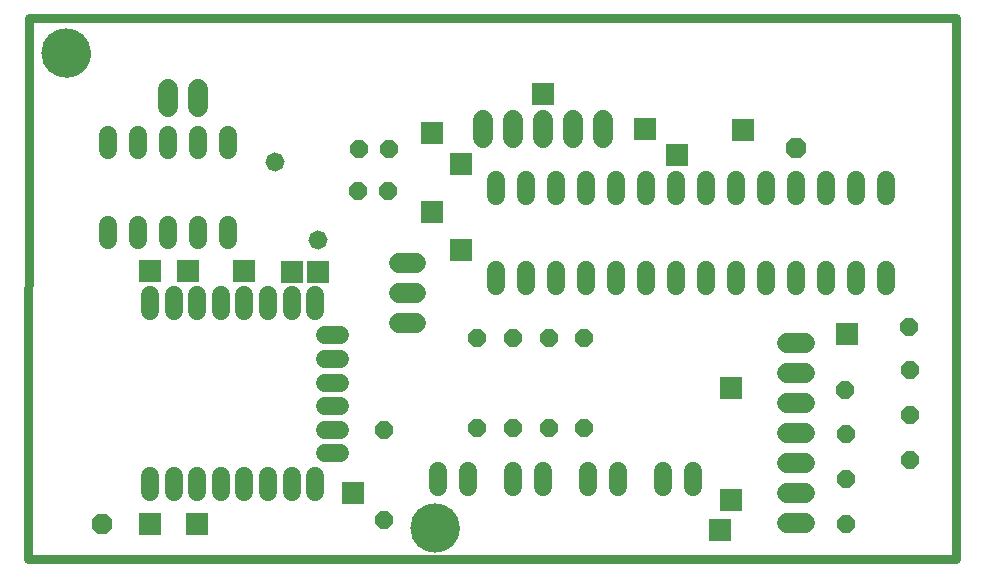
<source format=gbs>
G04 EAGLE Gerber RS-274X export*
G75*
%MOMM*%
%FSLAX34Y34*%
%LPD*%
%INBottom solder mask*%
%IPPOS*%
%AMOC8*
5,1,8,0,0,1.08239X$1,22.5*%
G01*
%ADD10C,0.762000*%
%ADD11C,0.000000*%
%ADD12C,4.171950*%
%ADD13P,1.649562X8X292.500000*%
%ADD14P,1.649562X8X202.500000*%
%ADD15C,1.524000*%
%ADD16P,1.649562X8X247.500000*%
%ADD17P,1.649562X8X112.500000*%
%ADD18P,1.649562X8X22.500000*%
%ADD19P,1.649562X8X141.200000*%
%ADD20C,1.711197*%
%ADD21C,1.711200*%
%ADD22C,1.727200*%
%ADD23P,1.869504X8X22.500000*%
%ADD24R,1.879600X1.879600*%


D10*
X1016Y-206126D02*
X786511Y-206126D01*
X787156Y251348D01*
X1661Y251993D01*
X1016Y-206126D01*
D11*
X13704Y221935D02*
X13710Y222422D01*
X13728Y222909D01*
X13758Y223395D01*
X13800Y223880D01*
X13853Y224364D01*
X13919Y224847D01*
X13996Y225328D01*
X14085Y225806D01*
X14186Y226283D01*
X14299Y226757D01*
X14423Y227228D01*
X14558Y227695D01*
X14706Y228160D01*
X14864Y228620D01*
X15034Y229077D01*
X15215Y229529D01*
X15406Y229977D01*
X15609Y230419D01*
X15823Y230857D01*
X16047Y231289D01*
X16282Y231716D01*
X16527Y232137D01*
X16783Y232551D01*
X17048Y232960D01*
X17324Y233361D01*
X17609Y233756D01*
X17904Y234144D01*
X18208Y234524D01*
X18522Y234897D01*
X18845Y235261D01*
X19176Y235618D01*
X19516Y235967D01*
X19865Y236307D01*
X20222Y236638D01*
X20586Y236961D01*
X20959Y237275D01*
X21339Y237579D01*
X21727Y237874D01*
X22122Y238159D01*
X22523Y238435D01*
X22932Y238700D01*
X23346Y238956D01*
X23767Y239201D01*
X24194Y239436D01*
X24626Y239660D01*
X25064Y239874D01*
X25506Y240077D01*
X25954Y240268D01*
X26406Y240449D01*
X26863Y240619D01*
X27323Y240777D01*
X27788Y240925D01*
X28255Y241060D01*
X28726Y241184D01*
X29200Y241297D01*
X29677Y241398D01*
X30155Y241487D01*
X30636Y241564D01*
X31119Y241630D01*
X31603Y241683D01*
X32088Y241725D01*
X32574Y241755D01*
X33061Y241773D01*
X33548Y241779D01*
X34035Y241773D01*
X34522Y241755D01*
X35008Y241725D01*
X35493Y241683D01*
X35977Y241630D01*
X36460Y241564D01*
X36941Y241487D01*
X37419Y241398D01*
X37896Y241297D01*
X38370Y241184D01*
X38841Y241060D01*
X39308Y240925D01*
X39773Y240777D01*
X40233Y240619D01*
X40690Y240449D01*
X41142Y240268D01*
X41590Y240077D01*
X42032Y239874D01*
X42470Y239660D01*
X42902Y239436D01*
X43329Y239201D01*
X43750Y238956D01*
X44164Y238700D01*
X44573Y238435D01*
X44974Y238159D01*
X45369Y237874D01*
X45757Y237579D01*
X46137Y237275D01*
X46510Y236961D01*
X46874Y236638D01*
X47231Y236307D01*
X47580Y235967D01*
X47920Y235618D01*
X48251Y235261D01*
X48574Y234897D01*
X48888Y234524D01*
X49192Y234144D01*
X49487Y233756D01*
X49772Y233361D01*
X50048Y232960D01*
X50313Y232551D01*
X50569Y232137D01*
X50814Y231716D01*
X51049Y231289D01*
X51273Y230857D01*
X51487Y230419D01*
X51690Y229977D01*
X51881Y229529D01*
X52062Y229077D01*
X52232Y228620D01*
X52390Y228160D01*
X52538Y227695D01*
X52673Y227228D01*
X52797Y226757D01*
X52910Y226283D01*
X53011Y225806D01*
X53100Y225328D01*
X53177Y224847D01*
X53243Y224364D01*
X53296Y223880D01*
X53338Y223395D01*
X53368Y222909D01*
X53386Y222422D01*
X53392Y221935D01*
X53386Y221448D01*
X53368Y220961D01*
X53338Y220475D01*
X53296Y219990D01*
X53243Y219506D01*
X53177Y219023D01*
X53100Y218542D01*
X53011Y218064D01*
X52910Y217587D01*
X52797Y217113D01*
X52673Y216642D01*
X52538Y216175D01*
X52390Y215710D01*
X52232Y215250D01*
X52062Y214793D01*
X51881Y214341D01*
X51690Y213893D01*
X51487Y213451D01*
X51273Y213013D01*
X51049Y212581D01*
X50814Y212154D01*
X50569Y211733D01*
X50313Y211319D01*
X50048Y210910D01*
X49772Y210509D01*
X49487Y210114D01*
X49192Y209726D01*
X48888Y209346D01*
X48574Y208973D01*
X48251Y208609D01*
X47920Y208252D01*
X47580Y207903D01*
X47231Y207563D01*
X46874Y207232D01*
X46510Y206909D01*
X46137Y206595D01*
X45757Y206291D01*
X45369Y205996D01*
X44974Y205711D01*
X44573Y205435D01*
X44164Y205170D01*
X43750Y204914D01*
X43329Y204669D01*
X42902Y204434D01*
X42470Y204210D01*
X42032Y203996D01*
X41590Y203793D01*
X41142Y203602D01*
X40690Y203421D01*
X40233Y203251D01*
X39773Y203093D01*
X39308Y202945D01*
X38841Y202810D01*
X38370Y202686D01*
X37896Y202573D01*
X37419Y202472D01*
X36941Y202383D01*
X36460Y202306D01*
X35977Y202240D01*
X35493Y202187D01*
X35008Y202145D01*
X34522Y202115D01*
X34035Y202097D01*
X33548Y202091D01*
X33061Y202097D01*
X32574Y202115D01*
X32088Y202145D01*
X31603Y202187D01*
X31119Y202240D01*
X30636Y202306D01*
X30155Y202383D01*
X29677Y202472D01*
X29200Y202573D01*
X28726Y202686D01*
X28255Y202810D01*
X27788Y202945D01*
X27323Y203093D01*
X26863Y203251D01*
X26406Y203421D01*
X25954Y203602D01*
X25506Y203793D01*
X25064Y203996D01*
X24626Y204210D01*
X24194Y204434D01*
X23767Y204669D01*
X23346Y204914D01*
X22932Y205170D01*
X22523Y205435D01*
X22122Y205711D01*
X21727Y205996D01*
X21339Y206291D01*
X20959Y206595D01*
X20586Y206909D01*
X20222Y207232D01*
X19865Y207563D01*
X19516Y207903D01*
X19176Y208252D01*
X18845Y208609D01*
X18522Y208973D01*
X18208Y209346D01*
X17904Y209726D01*
X17609Y210114D01*
X17324Y210509D01*
X17048Y210910D01*
X16783Y211319D01*
X16527Y211733D01*
X16282Y212154D01*
X16047Y212581D01*
X15823Y213013D01*
X15609Y213451D01*
X15406Y213893D01*
X15215Y214341D01*
X15034Y214793D01*
X14864Y215250D01*
X14706Y215710D01*
X14558Y216175D01*
X14423Y216642D01*
X14299Y217113D01*
X14186Y217587D01*
X14085Y218064D01*
X13996Y218542D01*
X13919Y219023D01*
X13853Y219506D01*
X13800Y219990D01*
X13758Y220475D01*
X13728Y220961D01*
X13710Y221448D01*
X13704Y221935D01*
D12*
X33548Y221935D03*
D11*
X325962Y-180000D02*
X325968Y-179513D01*
X325986Y-179026D01*
X326016Y-178540D01*
X326058Y-178055D01*
X326111Y-177571D01*
X326177Y-177088D01*
X326254Y-176607D01*
X326343Y-176129D01*
X326444Y-175652D01*
X326557Y-175178D01*
X326681Y-174707D01*
X326816Y-174240D01*
X326964Y-173775D01*
X327122Y-173315D01*
X327292Y-172858D01*
X327473Y-172406D01*
X327664Y-171958D01*
X327867Y-171516D01*
X328081Y-171078D01*
X328305Y-170646D01*
X328540Y-170219D01*
X328785Y-169798D01*
X329041Y-169384D01*
X329306Y-168975D01*
X329582Y-168574D01*
X329867Y-168179D01*
X330162Y-167791D01*
X330466Y-167411D01*
X330780Y-167038D01*
X331103Y-166674D01*
X331434Y-166317D01*
X331774Y-165968D01*
X332123Y-165628D01*
X332480Y-165297D01*
X332844Y-164974D01*
X333217Y-164660D01*
X333597Y-164356D01*
X333985Y-164061D01*
X334380Y-163776D01*
X334781Y-163500D01*
X335190Y-163235D01*
X335604Y-162979D01*
X336025Y-162734D01*
X336452Y-162499D01*
X336884Y-162275D01*
X337322Y-162061D01*
X337764Y-161858D01*
X338212Y-161667D01*
X338664Y-161486D01*
X339121Y-161316D01*
X339581Y-161158D01*
X340046Y-161010D01*
X340513Y-160875D01*
X340984Y-160751D01*
X341458Y-160638D01*
X341935Y-160537D01*
X342413Y-160448D01*
X342894Y-160371D01*
X343377Y-160305D01*
X343861Y-160252D01*
X344346Y-160210D01*
X344832Y-160180D01*
X345319Y-160162D01*
X345806Y-160156D01*
X346293Y-160162D01*
X346780Y-160180D01*
X347266Y-160210D01*
X347751Y-160252D01*
X348235Y-160305D01*
X348718Y-160371D01*
X349199Y-160448D01*
X349677Y-160537D01*
X350154Y-160638D01*
X350628Y-160751D01*
X351099Y-160875D01*
X351566Y-161010D01*
X352031Y-161158D01*
X352491Y-161316D01*
X352948Y-161486D01*
X353400Y-161667D01*
X353848Y-161858D01*
X354290Y-162061D01*
X354728Y-162275D01*
X355160Y-162499D01*
X355587Y-162734D01*
X356008Y-162979D01*
X356422Y-163235D01*
X356831Y-163500D01*
X357232Y-163776D01*
X357627Y-164061D01*
X358015Y-164356D01*
X358395Y-164660D01*
X358768Y-164974D01*
X359132Y-165297D01*
X359489Y-165628D01*
X359838Y-165968D01*
X360178Y-166317D01*
X360509Y-166674D01*
X360832Y-167038D01*
X361146Y-167411D01*
X361450Y-167791D01*
X361745Y-168179D01*
X362030Y-168574D01*
X362306Y-168975D01*
X362571Y-169384D01*
X362827Y-169798D01*
X363072Y-170219D01*
X363307Y-170646D01*
X363531Y-171078D01*
X363745Y-171516D01*
X363948Y-171958D01*
X364139Y-172406D01*
X364320Y-172858D01*
X364490Y-173315D01*
X364648Y-173775D01*
X364796Y-174240D01*
X364931Y-174707D01*
X365055Y-175178D01*
X365168Y-175652D01*
X365269Y-176129D01*
X365358Y-176607D01*
X365435Y-177088D01*
X365501Y-177571D01*
X365554Y-178055D01*
X365596Y-178540D01*
X365626Y-179026D01*
X365644Y-179513D01*
X365650Y-180000D01*
X365644Y-180487D01*
X365626Y-180974D01*
X365596Y-181460D01*
X365554Y-181945D01*
X365501Y-182429D01*
X365435Y-182912D01*
X365358Y-183393D01*
X365269Y-183871D01*
X365168Y-184348D01*
X365055Y-184822D01*
X364931Y-185293D01*
X364796Y-185760D01*
X364648Y-186225D01*
X364490Y-186685D01*
X364320Y-187142D01*
X364139Y-187594D01*
X363948Y-188042D01*
X363745Y-188484D01*
X363531Y-188922D01*
X363307Y-189354D01*
X363072Y-189781D01*
X362827Y-190202D01*
X362571Y-190616D01*
X362306Y-191025D01*
X362030Y-191426D01*
X361745Y-191821D01*
X361450Y-192209D01*
X361146Y-192589D01*
X360832Y-192962D01*
X360509Y-193326D01*
X360178Y-193683D01*
X359838Y-194032D01*
X359489Y-194372D01*
X359132Y-194703D01*
X358768Y-195026D01*
X358395Y-195340D01*
X358015Y-195644D01*
X357627Y-195939D01*
X357232Y-196224D01*
X356831Y-196500D01*
X356422Y-196765D01*
X356008Y-197021D01*
X355587Y-197266D01*
X355160Y-197501D01*
X354728Y-197725D01*
X354290Y-197939D01*
X353848Y-198142D01*
X353400Y-198333D01*
X352948Y-198514D01*
X352491Y-198684D01*
X352031Y-198842D01*
X351566Y-198990D01*
X351099Y-199125D01*
X350628Y-199249D01*
X350154Y-199362D01*
X349677Y-199463D01*
X349199Y-199552D01*
X348718Y-199629D01*
X348235Y-199695D01*
X347751Y-199748D01*
X347266Y-199790D01*
X346780Y-199820D01*
X346293Y-199838D01*
X345806Y-199844D01*
X345319Y-199838D01*
X344832Y-199820D01*
X344346Y-199790D01*
X343861Y-199748D01*
X343377Y-199695D01*
X342894Y-199629D01*
X342413Y-199552D01*
X341935Y-199463D01*
X341458Y-199362D01*
X340984Y-199249D01*
X340513Y-199125D01*
X340046Y-198990D01*
X339581Y-198842D01*
X339121Y-198684D01*
X338664Y-198514D01*
X338212Y-198333D01*
X337764Y-198142D01*
X337322Y-197939D01*
X336884Y-197725D01*
X336452Y-197501D01*
X336025Y-197266D01*
X335604Y-197021D01*
X335190Y-196765D01*
X334781Y-196500D01*
X334380Y-196224D01*
X333985Y-195939D01*
X333597Y-195644D01*
X333217Y-195340D01*
X332844Y-195026D01*
X332480Y-194703D01*
X332123Y-194372D01*
X331774Y-194032D01*
X331434Y-193683D01*
X331103Y-193326D01*
X330780Y-192962D01*
X330466Y-192589D01*
X330162Y-192209D01*
X329867Y-191821D01*
X329582Y-191426D01*
X329306Y-191025D01*
X329041Y-190616D01*
X328785Y-190202D01*
X328540Y-189781D01*
X328305Y-189354D01*
X328081Y-188922D01*
X327867Y-188484D01*
X327664Y-188042D01*
X327473Y-187594D01*
X327292Y-187142D01*
X327122Y-186685D01*
X326964Y-186225D01*
X326816Y-185760D01*
X326681Y-185293D01*
X326557Y-184822D01*
X326444Y-184348D01*
X326343Y-183871D01*
X326254Y-183393D01*
X326177Y-182912D01*
X326111Y-182429D01*
X326058Y-181945D01*
X326016Y-181460D01*
X325986Y-180974D01*
X325968Y-180487D01*
X325962Y-180000D01*
D12*
X345806Y-180000D03*
D13*
X412057Y-19385D03*
X412057Y-95585D03*
D14*
X306548Y140597D03*
X281148Y140597D03*
D15*
X348318Y-131910D02*
X348318Y-145118D01*
X373718Y-145118D02*
X373718Y-131910D01*
X474818Y-131910D02*
X474818Y-145118D01*
X500218Y-145118D02*
X500218Y-131910D01*
X538318Y-131910D02*
X538318Y-145118D01*
X563718Y-145118D02*
X563718Y-131910D01*
X411818Y-131910D02*
X411818Y-145118D01*
X437218Y-145118D02*
X437218Y-131910D01*
D13*
X442154Y-19195D03*
X442154Y-95395D03*
D15*
X727858Y101018D02*
X727858Y114226D01*
X702458Y114226D02*
X702458Y101018D01*
X575458Y101018D02*
X575458Y114226D01*
X550058Y114226D02*
X550058Y101018D01*
X677058Y101018D02*
X677058Y114226D01*
X651658Y114226D02*
X651658Y101018D01*
X600858Y101018D02*
X600858Y114226D01*
X626258Y114226D02*
X626258Y101018D01*
X524658Y101018D02*
X524658Y114226D01*
X499258Y114226D02*
X499258Y101018D01*
X473858Y101018D02*
X473858Y114226D01*
X448458Y114226D02*
X448458Y101018D01*
X423058Y101018D02*
X423058Y114226D01*
X397658Y114226D02*
X397658Y101018D01*
X397658Y38026D02*
X397658Y24818D01*
X423058Y24818D02*
X423058Y38026D01*
X448458Y38026D02*
X448458Y24818D01*
X473858Y24818D02*
X473858Y38026D01*
X499258Y38026D02*
X499258Y24818D01*
X524658Y24818D02*
X524658Y38026D01*
X550058Y38026D02*
X550058Y24818D01*
X575458Y24818D02*
X575458Y38026D01*
X600858Y38026D02*
X600858Y24818D01*
X626258Y24818D02*
X626258Y38026D01*
X651658Y38026D02*
X651658Y24818D01*
X677058Y24818D02*
X677058Y38026D01*
X702458Y38026D02*
X702458Y24818D01*
X727858Y24818D02*
X727858Y38026D01*
D16*
X746747Y-9749D03*
X692865Y-63631D03*
D17*
X380815Y-95375D03*
X380815Y-19175D03*
D15*
X244345Y3671D02*
X244345Y16879D01*
X224345Y16879D02*
X224345Y3671D01*
X204345Y3671D02*
X204345Y16879D01*
X184345Y16879D02*
X184345Y3671D01*
X164345Y3671D02*
X164345Y16879D01*
X144345Y16879D02*
X144345Y3671D01*
X124345Y3671D02*
X124345Y16879D01*
X104345Y16879D02*
X104345Y3671D01*
X244345Y-136329D02*
X244345Y-149537D01*
X224345Y-149537D02*
X224345Y-136329D01*
X204345Y-136329D02*
X204345Y-149537D01*
X184345Y-149537D02*
X184345Y-136329D01*
X164345Y-136329D02*
X164345Y-149537D01*
X144345Y-149537D02*
X144345Y-136329D01*
X124345Y-136329D02*
X124345Y-149537D01*
X104345Y-149537D02*
X104345Y-136329D01*
X252395Y-16979D02*
X265603Y-16979D01*
X265603Y-36979D02*
X252395Y-36979D01*
X252395Y-56979D02*
X265603Y-56979D01*
X265603Y-76979D02*
X252395Y-76979D01*
X252395Y-96979D02*
X265603Y-96979D01*
X265603Y-116979D02*
X252395Y-116979D01*
D13*
X472105Y-19215D03*
X472105Y-95415D03*
D18*
X280792Y105416D03*
X306192Y105416D03*
D15*
X68820Y76625D02*
X68820Y63417D01*
X94220Y63417D02*
X94220Y76625D01*
X145020Y139617D02*
X145020Y152825D01*
X119620Y152825D02*
X119620Y139617D01*
X119620Y76625D02*
X119620Y63417D01*
X145020Y63417D02*
X145020Y76625D01*
X170420Y139617D02*
X170420Y152825D01*
X170420Y76625D02*
X170420Y63417D01*
X94220Y139617D02*
X94220Y152825D01*
X68820Y152825D02*
X68820Y139617D01*
D19*
X246817Y63358D03*
X210224Y130196D03*
D17*
X302074Y-172992D03*
X302074Y-96792D03*
D20*
X314857Y-6726D02*
X329937Y-6726D01*
D21*
X329937Y18674D02*
X314857Y18674D01*
X314857Y44074D02*
X329937Y44074D01*
D22*
X386618Y149799D02*
X386618Y165039D01*
X412018Y165039D02*
X412018Y149799D01*
X437418Y149799D02*
X437418Y165039D01*
X462818Y165039D02*
X462818Y149799D01*
X488218Y149799D02*
X488218Y165039D01*
D16*
X747584Y-84672D03*
X693703Y-138553D03*
X747585Y-122736D03*
X693703Y-176618D03*
X747585Y-46607D03*
X693703Y-100489D03*
D23*
X63871Y-176774D03*
D22*
X643992Y-175555D02*
X659232Y-175555D01*
X659232Y-150155D02*
X643992Y-150155D01*
X643992Y-124755D02*
X659232Y-124755D01*
X659232Y-99355D02*
X643992Y-99355D01*
X643992Y-73955D02*
X659232Y-73955D01*
X659232Y-48555D02*
X643992Y-48555D01*
X643992Y-23155D02*
X659232Y-23155D01*
D23*
X651612Y141935D03*
D22*
X119558Y176251D02*
X119558Y191491D01*
X144958Y191491D02*
X144958Y176251D01*
D24*
X246451Y36774D03*
X437418Y187742D03*
X587096Y-181935D03*
X550321Y136129D03*
X694192Y-15484D03*
X596128Y-156129D03*
X596128Y-61935D03*
X523870Y157419D03*
X606450Y156774D03*
X367741Y55484D03*
X367741Y127742D03*
X276128Y-150322D03*
X224516Y36774D03*
X183871Y37419D03*
X104516Y37419D03*
X136129Y37419D03*
X343225Y154193D03*
X343225Y87742D03*
X143871Y-176774D03*
X104516Y-176774D03*
M02*

</source>
